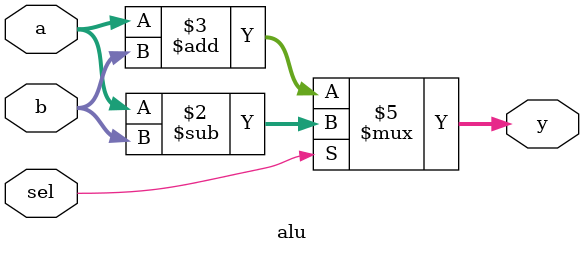
<source format=v>
module alu #(parameter N = 4) (
    input [N-1:0] a, b,
    input sel,
    output reg [N-1:0] y
);
    always @(*) begin
        if(sel) begin
            y <= a - b;
        end
        else begin
            y <= a + b;
        end
    end
endmodule
</source>
